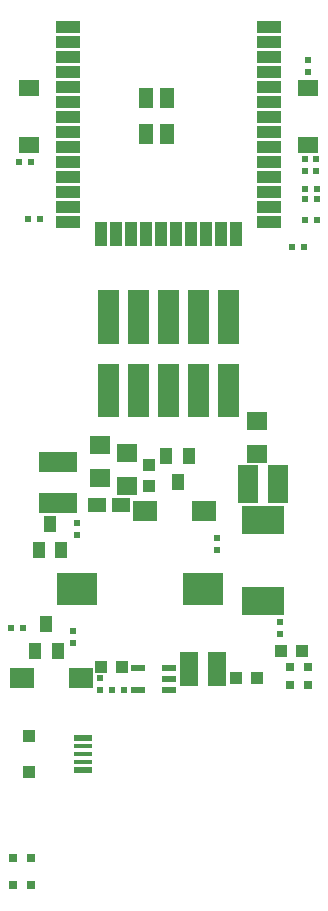
<source format=gbr>
G04 #@! TF.GenerationSoftware,KiCad,Pcbnew,5.1.0-unknown-a7c8df5~94~ubuntu18.04.1*
G04 #@! TF.CreationDate,2019-03-22T16:10:05+02:00*
G04 #@! TF.ProjectId,ESP32-PoE_Rev_D,45535033-322d-4506-9f45-5f5265765f44,D*
G04 #@! TF.SameCoordinates,Original*
G04 #@! TF.FileFunction,Paste,Top*
G04 #@! TF.FilePolarity,Positive*
%FSLAX46Y46*%
G04 Gerber Fmt 4.6, Leading zero omitted, Abs format (unit mm)*
G04 Created by KiCad (PCBNEW 5.1.0-unknown-a7c8df5~94~ubuntu18.04.1) date 2019-03-22 16:10:05*
%MOMM*%
%LPD*%
G04 APERTURE LIST*
%ADD10R,1.200000X1.800000*%
%ADD11R,2.101600X1.001600*%
%ADD12R,1.001600X2.101600*%
%ADD13R,0.500000X0.550000*%
%ADD14R,1.754000X1.327000*%
%ADD15C,1.700000*%
%ADD16C,0.100000*%
%ADD17R,1.000000X1.400000*%
%ADD18R,0.550000X0.500000*%
%ADD19R,1.600000X3.000000*%
%ADD20R,1.650000X0.500000*%
%ADD21R,1.650000X0.325000*%
%ADD22R,1.000000X1.100000*%
%ADD23R,0.800000X0.800000*%
%ADD24R,1.016000X1.016000*%
%ADD25R,1.524000X1.270000*%
%ADD26R,1.778000X1.524000*%
%ADD27R,2.000000X1.700000*%
%ADD28R,3.600000X2.400000*%
%ADD29R,3.400000X2.700000*%
%ADD30R,1.200000X0.550000*%
%ADD31R,3.200000X1.700000*%
%ADD32R,1.700000X3.200000*%
G04 APERTURE END LIST*
D10*
X104040000Y-105735000D03*
X104040000Y-102735000D03*
X102240000Y-105735000D03*
X102240000Y-102735000D03*
D11*
X95640000Y-96725000D03*
X95640000Y-97995000D03*
X95640000Y-99265000D03*
X95640000Y-100535000D03*
X95640000Y-101805000D03*
X95640000Y-103075000D03*
X95640000Y-104345000D03*
X95640000Y-105615000D03*
X95640000Y-106885000D03*
X95640000Y-108155000D03*
X95640000Y-109425000D03*
X95640000Y-110695000D03*
X95640000Y-111965000D03*
X95640000Y-113235000D03*
D12*
X98440000Y-114235000D03*
X99710000Y-114235000D03*
X100980000Y-114235000D03*
X102250000Y-114235000D03*
X103520000Y-114235000D03*
X104790000Y-114235000D03*
X106060000Y-114235000D03*
X107330000Y-114235000D03*
X108600000Y-114235000D03*
X109870000Y-114235000D03*
D11*
X112640000Y-113235000D03*
X112640000Y-111965000D03*
X112640000Y-110695000D03*
X112640000Y-109425000D03*
X112640000Y-108155000D03*
X112640000Y-106885000D03*
X112640000Y-105615000D03*
X112640000Y-104345000D03*
X112640000Y-103075000D03*
X112640000Y-101805000D03*
X112640000Y-100535000D03*
X112640000Y-99265000D03*
X112640000Y-97995000D03*
X112640000Y-96725000D03*
D13*
X92456000Y-108077000D03*
X91440000Y-108077000D03*
D14*
X115959000Y-101877000D03*
X115959000Y-106657000D03*
X92321000Y-101877000D03*
X92321000Y-106657000D03*
D15*
X99060000Y-127458000D03*
D16*
G36*
X98210000Y-129733000D02*
G01*
X98210000Y-125183000D01*
X99910000Y-125183000D01*
X99910000Y-129733000D01*
X98210000Y-129733000D01*
X98210000Y-129733000D01*
G37*
D15*
X101600000Y-127458000D03*
D16*
G36*
X100750000Y-129733000D02*
G01*
X100750000Y-125183000D01*
X102450000Y-125183000D01*
X102450000Y-129733000D01*
X100750000Y-129733000D01*
X100750000Y-129733000D01*
G37*
D15*
X104140000Y-127458000D03*
D16*
G36*
X103290000Y-129733000D02*
G01*
X103290000Y-125183000D01*
X104990000Y-125183000D01*
X104990000Y-129733000D01*
X103290000Y-129733000D01*
X103290000Y-129733000D01*
G37*
D15*
X106680000Y-127458000D03*
D16*
G36*
X105830000Y-129733000D02*
G01*
X105830000Y-125183000D01*
X107530000Y-125183000D01*
X107530000Y-129733000D01*
X105830000Y-129733000D01*
X105830000Y-129733000D01*
G37*
D15*
X109220000Y-127458000D03*
D16*
G36*
X108370000Y-129733000D02*
G01*
X108370000Y-125183000D01*
X110070000Y-125183000D01*
X110070000Y-129733000D01*
X108370000Y-129733000D01*
X108370000Y-129733000D01*
G37*
D15*
X109220000Y-121208000D03*
D16*
G36*
X108370000Y-123483000D02*
G01*
X108370000Y-118933000D01*
X110070000Y-118933000D01*
X110070000Y-123483000D01*
X108370000Y-123483000D01*
X108370000Y-123483000D01*
G37*
D15*
X106680000Y-121208000D03*
D16*
G36*
X105830000Y-123483000D02*
G01*
X105830000Y-118933000D01*
X107530000Y-118933000D01*
X107530000Y-123483000D01*
X105830000Y-123483000D01*
X105830000Y-123483000D01*
G37*
D15*
X99060000Y-121208000D03*
D16*
G36*
X98210000Y-123483000D02*
G01*
X98210000Y-118933000D01*
X99910000Y-118933000D01*
X99910000Y-123483000D01*
X98210000Y-123483000D01*
X98210000Y-123483000D01*
G37*
D15*
X101600000Y-121208000D03*
D16*
G36*
X100750000Y-123483000D02*
G01*
X100750000Y-118933000D01*
X102450000Y-118933000D01*
X102450000Y-123483000D01*
X100750000Y-123483000D01*
X100750000Y-123483000D01*
G37*
D15*
X104140000Y-121208000D03*
D16*
G36*
X103290000Y-123483000D02*
G01*
X103290000Y-118933000D01*
X104990000Y-118933000D01*
X104990000Y-123483000D01*
X103290000Y-123483000D01*
X103290000Y-123483000D01*
G37*
D17*
X94107000Y-138727000D03*
X95057000Y-140927000D03*
X93157000Y-140927000D03*
D18*
X116586000Y-107823000D03*
X116586000Y-108839000D03*
X115697000Y-108839000D03*
X115697000Y-107823000D03*
X115951000Y-99441000D03*
X115951000Y-100457000D03*
D19*
X108261000Y-151003000D03*
X105861000Y-151003000D03*
D17*
X105851960Y-133004560D03*
X103949500Y-133004560D03*
X104904540Y-135214360D03*
X92839540Y-149479000D03*
X94742000Y-149479000D03*
X93786960Y-147269200D03*
D20*
X96876000Y-156854500D03*
D21*
X96876000Y-157592000D03*
X96876000Y-158242000D03*
X96876000Y-158892000D03*
D20*
X96876000Y-159629500D03*
D22*
X92326000Y-156742000D03*
X92326000Y-159742000D03*
D23*
X92456000Y-167005000D03*
X90932000Y-167005000D03*
D24*
X113665000Y-149479000D03*
X115443000Y-149479000D03*
X111633000Y-151765000D03*
X109855000Y-151765000D03*
D23*
X92456000Y-169291000D03*
X90932000Y-169291000D03*
D25*
X98044000Y-137160000D03*
X100076000Y-137160000D03*
D26*
X111633000Y-130048000D03*
X111633000Y-132842000D03*
D27*
X102148000Y-137668000D03*
X107148000Y-137668000D03*
X96734000Y-151765000D03*
X91734000Y-151765000D03*
D28*
X112141000Y-138459000D03*
X112141000Y-145259000D03*
D29*
X96377000Y-144272000D03*
X107077000Y-144272000D03*
D30*
X104170000Y-152842000D03*
X104170000Y-151892000D03*
X104170000Y-150942000D03*
X101570000Y-152842000D03*
X101570000Y-150942000D03*
D24*
X98425000Y-150876000D03*
X100203000Y-150876000D03*
D18*
X96075500Y-147828000D03*
X96075500Y-148844000D03*
X96393000Y-139700000D03*
X96393000Y-138684000D03*
X113538000Y-147066000D03*
X113538000Y-148082000D03*
D13*
X99314000Y-152844500D03*
X100330000Y-152844500D03*
D18*
X98298000Y-151828500D03*
X98298000Y-152844500D03*
D13*
X115697000Y-111252000D03*
X116713000Y-111252000D03*
X115697000Y-110363000D03*
X116713000Y-110363000D03*
X114554000Y-115316000D03*
X115570000Y-115316000D03*
X116713000Y-113030000D03*
X115697000Y-113030000D03*
D18*
X108204000Y-139954000D03*
X108204000Y-140970000D03*
D26*
X100584000Y-135509000D03*
X100584000Y-132715000D03*
X98298000Y-134874000D03*
X98298000Y-132080000D03*
D31*
X94742000Y-137005000D03*
X94742000Y-133505000D03*
D24*
X102489000Y-135509000D03*
X102489000Y-133731000D03*
D32*
X110891000Y-135382000D03*
X113391000Y-135382000D03*
D23*
X115951000Y-152400000D03*
X114427000Y-152400000D03*
X115951000Y-150876000D03*
X114427000Y-150876000D03*
D13*
X93218000Y-112903000D03*
X92202000Y-112903000D03*
X91821000Y-147574000D03*
X90805000Y-147574000D03*
M02*

</source>
